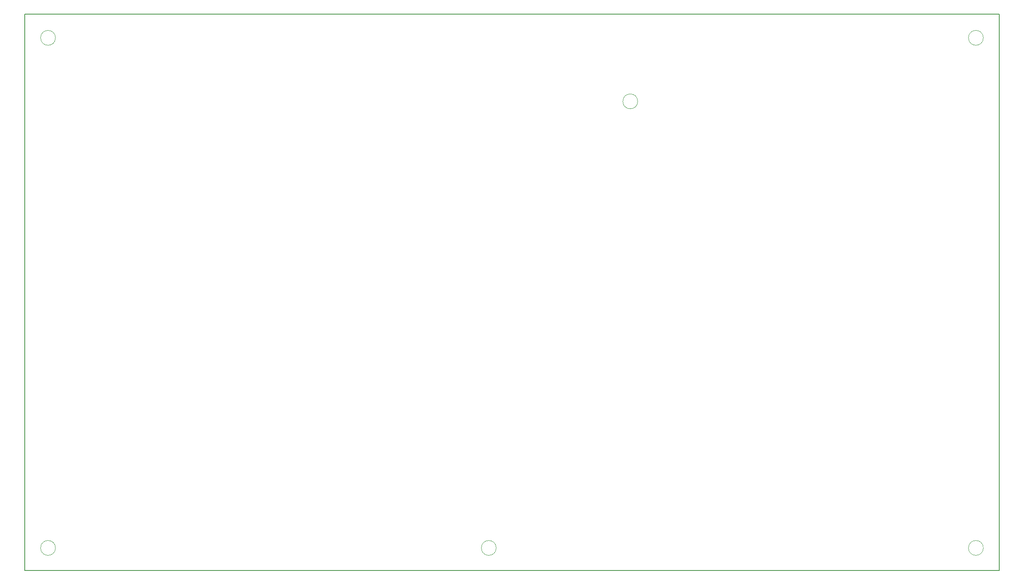
<source format=gm1>
G04 #@! TF.GenerationSoftware,KiCad,Pcbnew,8.0.2*
G04 #@! TF.CreationDate,2024-05-01T18:56:37+02:00*
G04 #@! TF.ProjectId,FluidNC,466c7569-644e-4432-9e6b-696361645f70,rev?*
G04 #@! TF.SameCoordinates,Original*
G04 #@! TF.FileFunction,Profile,NP*
%FSLAX46Y46*%
G04 Gerber Fmt 4.6, Leading zero omitted, Abs format (unit mm)*
G04 Created by KiCad (PCBNEW 8.0.2) date 2024-05-01 18:56:37*
%MOMM*%
%LPD*%
G01*
G04 APERTURE LIST*
G04 #@! TA.AperFunction,Profile*
%ADD10C,0.050000*%
G04 #@! TD*
G04 #@! TA.AperFunction,Profile*
%ADD11C,0.200000*%
G04 #@! TD*
G04 APERTURE END LIST*
D10*
X206600000Y-5000000D02*
G75*
G02*
X203400000Y-5000000I-1600000J0D01*
G01*
X203400000Y-5000000D02*
G75*
G02*
X206600000Y-5000000I1600000J0D01*
G01*
D11*
X0Y112000D02*
X210000000Y112000D01*
X210000000Y-119888000D01*
X0Y-119888000D01*
X0Y112000D01*
D10*
X206600000Y-115000000D02*
G75*
G02*
X203400000Y-115000000I-1600000J0D01*
G01*
X203400000Y-115000000D02*
G75*
G02*
X206600000Y-115000000I1600000J0D01*
G01*
X132100000Y-18700000D02*
G75*
G02*
X128900000Y-18700000I-1600000J0D01*
G01*
X128900000Y-18700000D02*
G75*
G02*
X132100000Y-18700000I1600000J0D01*
G01*
X6600000Y-115000000D02*
G75*
G02*
X3400000Y-115000000I-1600000J0D01*
G01*
X3400000Y-115000000D02*
G75*
G02*
X6600000Y-115000000I1600000J0D01*
G01*
X6600000Y-5000000D02*
G75*
G02*
X3400000Y-5000000I-1600000J0D01*
G01*
X3400000Y-5000000D02*
G75*
G02*
X6600000Y-5000000I1600000J0D01*
G01*
X101600000Y-115000000D02*
G75*
G02*
X98400000Y-115000000I-1600000J0D01*
G01*
X98400000Y-115000000D02*
G75*
G02*
X101600000Y-115000000I1600000J0D01*
G01*
M02*

</source>
